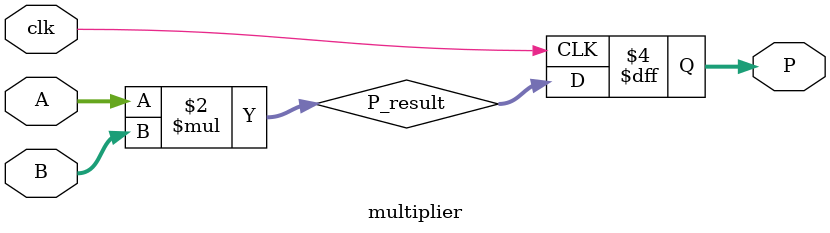
<source format=sv>
/*******************************************************************************
  Copyright 2019 Supranational LLC

  Licensed under the Apache License, Version 2.0 (the "License");
  you may not use this file except in compliance with the License.
  You may obtain a copy of the License at

    http://www.apache.org/licenses/LICENSE-2.0

  Unless required by applicable law or agreed to in writing, software
  distributed under the License is distributed on an "AS IS" BASIS,
  WITHOUT WARRANTIES OR CONDITIONS OF ANY KIND, either express or implied.
  See the License for the specific language governing permissions and
  limitations under the License.
*******************************************************************************/

/*
  Parameterized width full multiply

              -------       ----
    A    --> |       |     | FF |
             | A * B | --> |    | --> P
    B    --> |       |     | /\ |
              -------       ----
                             ^
    clk  --------------------|


  Can be used to represent an FPGA DSP multiplier for unsigned values
*/

module multiplier
   #(
     parameter int A_BIT_LEN       = 17,
     parameter int B_BIT_LEN       = 17,

     parameter int MUL_OUT_BIT_LEN = A_BIT_LEN + B_BIT_LEN
    )
   (
    input  logic                       clk,
    input  logic [A_BIT_LEN-1:0]       A,
    input  logic [B_BIT_LEN-1:0]       B,
    output logic [MUL_OUT_BIT_LEN-1:0] P
   );

   logic [MUL_OUT_BIT_LEN-1:0] P_result;

   always_comb begin
      P_result[MUL_OUT_BIT_LEN-1:0] = A[A_BIT_LEN-1:0] * B[B_BIT_LEN-1:0];
   end

   always_ff @(posedge clk) begin
      P[MUL_OUT_BIT_LEN-1:0]  <= P_result[MUL_OUT_BIT_LEN-1:0];
   end
endmodule

</source>
